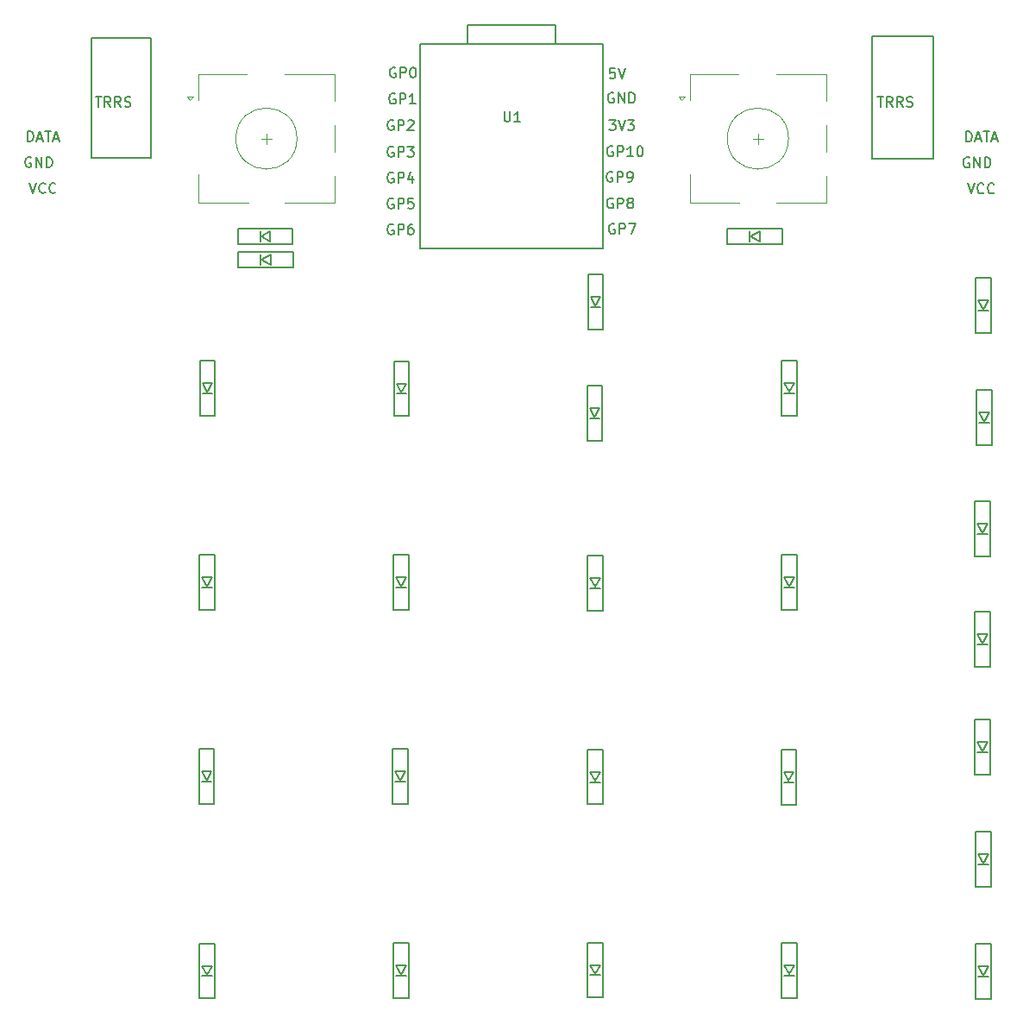
<source format=gbr>
G04 #@! TF.GenerationSoftware,KiCad,Pcbnew,(5.1.6-0-10_14)*
G04 #@! TF.CreationDate,2022-08-29T11:05:28+09:00*
G04 #@! TF.ProjectId,cool640xiao,636f6f6c-3634-4307-9869-616f2e6b6963,rev?*
G04 #@! TF.SameCoordinates,Original*
G04 #@! TF.FileFunction,Legend,Top*
G04 #@! TF.FilePolarity,Positive*
%FSLAX46Y46*%
G04 Gerber Fmt 4.6, Leading zero omitted, Abs format (unit mm)*
G04 Created by KiCad (PCBNEW (5.1.6-0-10_14)) date 2022-08-29 11:05:28*
%MOMM*%
%LPD*%
G01*
G04 APERTURE LIST*
%ADD10C,0.150000*%
%ADD11C,0.120000*%
G04 APERTURE END LIST*
D10*
X46870000Y-2130000D02*
X45370000Y-2130000D01*
X46870000Y-7530000D02*
X46870000Y-2130000D01*
X45370000Y-7530000D02*
X46870000Y-7530000D01*
X45370000Y-2130000D02*
X45370000Y-7530000D01*
X45620000Y-5330000D02*
X46620000Y-5330000D01*
X46620000Y-4330000D02*
X46120000Y-5230000D01*
X45620000Y-4330000D02*
X46620000Y-4330000D01*
X46120000Y-5230000D02*
X45620000Y-4330000D01*
X85040000Y8450000D02*
X83540000Y8450000D01*
X85040000Y3050000D02*
X85040000Y8450000D01*
X83540000Y3050000D02*
X85040000Y3050000D01*
X83540000Y8450000D02*
X83540000Y3050000D01*
X83790000Y5250000D02*
X84790000Y5250000D01*
X84790000Y6250000D02*
X84290000Y5350000D01*
X83790000Y6250000D02*
X84790000Y6250000D01*
X84290000Y5350000D02*
X83790000Y6250000D01*
X-3260000Y20250000D02*
X-3260000Y32000000D01*
X2540000Y20250000D02*
X-3260000Y20250000D01*
X2540000Y32000000D02*
X2540000Y20250000D01*
X-3260000Y32000000D02*
X2540000Y32000000D01*
X85040000Y-56890000D02*
X83540000Y-56890000D01*
X85040000Y-62290000D02*
X85040000Y-56890000D01*
X83540000Y-62290000D02*
X85040000Y-62290000D01*
X83540000Y-56890000D02*
X83540000Y-62290000D01*
X83790000Y-60090000D02*
X84790000Y-60090000D01*
X84790000Y-59090000D02*
X84290000Y-59990000D01*
X83790000Y-59090000D02*
X84790000Y-59090000D01*
X84290000Y-59990000D02*
X83790000Y-59090000D01*
X27910000Y300000D02*
X26410000Y300000D01*
X27910000Y-5100000D02*
X27910000Y300000D01*
X26410000Y-5100000D02*
X27910000Y-5100000D01*
X26410000Y300000D02*
X26410000Y-5100000D01*
X26660000Y-2900000D02*
X27660000Y-2900000D01*
X27660000Y-1900000D02*
X27160000Y-2800000D01*
X26660000Y-1900000D02*
X27660000Y-1900000D01*
X27160000Y-2800000D02*
X26660000Y-1900000D01*
X8860000Y340000D02*
X7360000Y340000D01*
X8860000Y-5060000D02*
X8860000Y340000D01*
X7360000Y-5060000D02*
X8860000Y-5060000D01*
X7360000Y340000D02*
X7360000Y-5060000D01*
X7610000Y-2860000D02*
X8610000Y-2860000D01*
X8610000Y-1860000D02*
X8110000Y-2760000D01*
X7610000Y-1860000D02*
X8610000Y-1860000D01*
X8110000Y-2760000D02*
X7610000Y-1860000D01*
X65980000Y370000D02*
X64480000Y370000D01*
X65980000Y-5030000D02*
X65980000Y370000D01*
X64480000Y-5030000D02*
X65980000Y-5030000D01*
X64480000Y370000D02*
X64480000Y-5030000D01*
X64730000Y-2830000D02*
X65730000Y-2830000D01*
X65730000Y-1830000D02*
X65230000Y-2730000D01*
X64730000Y-1830000D02*
X65730000Y-1830000D01*
X65230000Y-2730000D02*
X64730000Y-1830000D01*
X84960000Y-13460000D02*
X83460000Y-13460000D01*
X84960000Y-18860000D02*
X84960000Y-13460000D01*
X83460000Y-18860000D02*
X84960000Y-18860000D01*
X83460000Y-13460000D02*
X83460000Y-18860000D01*
X83710000Y-16660000D02*
X84710000Y-16660000D01*
X84710000Y-15660000D02*
X84210000Y-16560000D01*
X83710000Y-15660000D02*
X84710000Y-15660000D01*
X84210000Y-16560000D02*
X83710000Y-15660000D01*
X65970000Y-18720000D02*
X64470000Y-18720000D01*
X65970000Y-24120000D02*
X65970000Y-18720000D01*
X64470000Y-24120000D02*
X65970000Y-24120000D01*
X64470000Y-18720000D02*
X64470000Y-24120000D01*
X64720000Y-21920000D02*
X65720000Y-21920000D01*
X65720000Y-20920000D02*
X65220000Y-21820000D01*
X64720000Y-20920000D02*
X65720000Y-20920000D01*
X65220000Y-21820000D02*
X64720000Y-20920000D01*
X46890000Y-18770000D02*
X45390000Y-18770000D01*
X46890000Y-24170000D02*
X46890000Y-18770000D01*
X45390000Y-24170000D02*
X46890000Y-24170000D01*
X45390000Y-18770000D02*
X45390000Y-24170000D01*
X45640000Y-21970000D02*
X46640000Y-21970000D01*
X46640000Y-20970000D02*
X46140000Y-21870000D01*
X45640000Y-20970000D02*
X46640000Y-20970000D01*
X46140000Y-21870000D02*
X45640000Y-20970000D01*
X27840000Y-18730000D02*
X26340000Y-18730000D01*
X27840000Y-24130000D02*
X27840000Y-18730000D01*
X26340000Y-24130000D02*
X27840000Y-24130000D01*
X26340000Y-18730000D02*
X26340000Y-24130000D01*
X26590000Y-21930000D02*
X27590000Y-21930000D01*
X27590000Y-20930000D02*
X27090000Y-21830000D01*
X26590000Y-20930000D02*
X27590000Y-20930000D01*
X27090000Y-21830000D02*
X26590000Y-20930000D01*
X8820000Y-18730000D02*
X7320000Y-18730000D01*
X8820000Y-24130000D02*
X8820000Y-18730000D01*
X7320000Y-24130000D02*
X8820000Y-24130000D01*
X7320000Y-18730000D02*
X7320000Y-24130000D01*
X7570000Y-21930000D02*
X8570000Y-21930000D01*
X8570000Y-20930000D02*
X8070000Y-21830000D01*
X7570000Y-20930000D02*
X8570000Y-20930000D01*
X8070000Y-21830000D02*
X7570000Y-20930000D01*
X65960000Y-56790000D02*
X64460000Y-56790000D01*
X65960000Y-62190000D02*
X65960000Y-56790000D01*
X64460000Y-62190000D02*
X65960000Y-62190000D01*
X64460000Y-56790000D02*
X64460000Y-62190000D01*
X64710000Y-59990000D02*
X65710000Y-59990000D01*
X65710000Y-58990000D02*
X65210000Y-59890000D01*
X64710000Y-58990000D02*
X65710000Y-58990000D01*
X65210000Y-59890000D02*
X64710000Y-58990000D01*
X46910000Y-56760000D02*
X45410000Y-56760000D01*
X46910000Y-62160000D02*
X46910000Y-56760000D01*
X45410000Y-62160000D02*
X46910000Y-62160000D01*
X45410000Y-56760000D02*
X45410000Y-62160000D01*
X45660000Y-59960000D02*
X46660000Y-59960000D01*
X46660000Y-58960000D02*
X46160000Y-59860000D01*
X45660000Y-58960000D02*
X46660000Y-58960000D01*
X46160000Y-59860000D02*
X45660000Y-58960000D01*
X27900000Y-56830000D02*
X26400000Y-56830000D01*
X27900000Y-62230000D02*
X27900000Y-56830000D01*
X26400000Y-62230000D02*
X27900000Y-62230000D01*
X26400000Y-56830000D02*
X26400000Y-62230000D01*
X26650000Y-60030000D02*
X27650000Y-60030000D01*
X27650000Y-59030000D02*
X27150000Y-59930000D01*
X26650000Y-59030000D02*
X27650000Y-59030000D01*
X27150000Y-59930000D02*
X26650000Y-59030000D01*
X8800000Y-56850000D02*
X7300000Y-56850000D01*
X8800000Y-62250000D02*
X8800000Y-56850000D01*
X7300000Y-62250000D02*
X8800000Y-62250000D01*
X7300000Y-56850000D02*
X7300000Y-62250000D01*
X7550000Y-60050000D02*
X8550000Y-60050000D01*
X8550000Y-59050000D02*
X8050000Y-59950000D01*
X7550000Y-59050000D02*
X8550000Y-59050000D01*
X8050000Y-59950000D02*
X7550000Y-59050000D01*
X84960000Y-34890000D02*
X83460000Y-34890000D01*
X84960000Y-40290000D02*
X84960000Y-34890000D01*
X83460000Y-40290000D02*
X84960000Y-40290000D01*
X83460000Y-34890000D02*
X83460000Y-40290000D01*
X83710000Y-38090000D02*
X84710000Y-38090000D01*
X84710000Y-37090000D02*
X84210000Y-37990000D01*
X83710000Y-37090000D02*
X84710000Y-37090000D01*
X84210000Y-37990000D02*
X83710000Y-37090000D01*
X65920000Y-37820000D02*
X64420000Y-37820000D01*
X65920000Y-43220000D02*
X65920000Y-37820000D01*
X64420000Y-43220000D02*
X65920000Y-43220000D01*
X64420000Y-37820000D02*
X64420000Y-43220000D01*
X64670000Y-41020000D02*
X65670000Y-41020000D01*
X65670000Y-40020000D02*
X65170000Y-40920000D01*
X64670000Y-40020000D02*
X65670000Y-40020000D01*
X65170000Y-40920000D02*
X64670000Y-40020000D01*
X46900000Y-37810000D02*
X45400000Y-37810000D01*
X46900000Y-43210000D02*
X46900000Y-37810000D01*
X45400000Y-43210000D02*
X46900000Y-43210000D01*
X45400000Y-37810000D02*
X45400000Y-43210000D01*
X45650000Y-41010000D02*
X46650000Y-41010000D01*
X46650000Y-40010000D02*
X46150000Y-40910000D01*
X45650000Y-40010000D02*
X46650000Y-40010000D01*
X46150000Y-40910000D02*
X45650000Y-40010000D01*
X27810000Y-37750000D02*
X26310000Y-37750000D01*
X27810000Y-43150000D02*
X27810000Y-37750000D01*
X26310000Y-43150000D02*
X27810000Y-43150000D01*
X26310000Y-37750000D02*
X26310000Y-43150000D01*
X26560000Y-40950000D02*
X27560000Y-40950000D01*
X27560000Y-39950000D02*
X27060000Y-40850000D01*
X26560000Y-39950000D02*
X27560000Y-39950000D01*
X27060000Y-40850000D02*
X26560000Y-39950000D01*
X8780000Y-37760000D02*
X7280000Y-37760000D01*
X8780000Y-43160000D02*
X8780000Y-37760000D01*
X7280000Y-43160000D02*
X8780000Y-43160000D01*
X7280000Y-37760000D02*
X7280000Y-43160000D01*
X7530000Y-40960000D02*
X8530000Y-40960000D01*
X8530000Y-39960000D02*
X8030000Y-40860000D01*
X7530000Y-39960000D02*
X8530000Y-39960000D01*
X8030000Y-40860000D02*
X7530000Y-39960000D01*
X73390000Y32160000D02*
X79390000Y32160000D01*
X79390000Y32160000D02*
X79390000Y20160000D01*
X79390000Y20160000D02*
X73390000Y20160000D01*
X73390000Y20160000D02*
X73390000Y32160000D01*
D11*
X16900000Y22140000D02*
G75*
G03*
X16900000Y22140000I-3000000J0D01*
G01*
X15700000Y28440000D02*
X20600000Y28440000D01*
X20600000Y15840000D02*
X15700000Y15840000D01*
X12100000Y15840000D02*
X7200000Y15840000D01*
X7200000Y15840000D02*
X7200000Y18640000D01*
X12000000Y28440000D02*
X7200000Y28440000D01*
X7200000Y28440000D02*
X7200000Y25940000D01*
X6400000Y25940000D02*
X6100000Y26240000D01*
X6100000Y26240000D02*
X6700000Y26240000D01*
X6700000Y26240000D02*
X6400000Y25940000D01*
X20600000Y28440000D02*
X20600000Y25840000D01*
X20600000Y23440000D02*
X20600000Y20840000D01*
X20600000Y18440000D02*
X20600000Y15840000D01*
X13900000Y22640000D02*
X13900000Y21640000D01*
X13400000Y22140000D02*
X14400000Y22140000D01*
X61650000Y22140000D02*
X62650000Y22140000D01*
X62150000Y22640000D02*
X62150000Y21640000D01*
X68850000Y18440000D02*
X68850000Y15840000D01*
X68850000Y23440000D02*
X68850000Y20840000D01*
X68850000Y28440000D02*
X68850000Y25840000D01*
X54950000Y26240000D02*
X54650000Y25940000D01*
X54350000Y26240000D02*
X54950000Y26240000D01*
X54650000Y25940000D02*
X54350000Y26240000D01*
X55450000Y28440000D02*
X55450000Y25940000D01*
X60250000Y28440000D02*
X55450000Y28440000D01*
X55450000Y15840000D02*
X55450000Y18640000D01*
X60350000Y15840000D02*
X55450000Y15840000D01*
X68850000Y15840000D02*
X63950000Y15840000D01*
X63950000Y28440000D02*
X68850000Y28440000D01*
X65150000Y22140000D02*
G75*
G03*
X65150000Y22140000I-3000000J0D01*
G01*
D10*
X46960000Y31399600D02*
X46850000Y31399600D01*
X46960000Y30120000D02*
X46960000Y31399600D01*
X28960000Y31399600D02*
X46850000Y31399600D01*
X28960000Y30120000D02*
X28960000Y31399600D01*
X33650000Y33290000D02*
X42310000Y33290000D01*
X33650000Y31410000D02*
X33650000Y33290000D01*
X42310000Y31410000D02*
X42310000Y33290000D01*
X28960000Y11320000D02*
X28960000Y30120000D01*
X46960000Y11320000D02*
X28960000Y11320000D01*
X46960000Y30120000D02*
X46960000Y11320000D01*
X13390000Y12550000D02*
X14290000Y13050000D01*
X14290000Y13050000D02*
X14290000Y12050000D01*
X14290000Y12050000D02*
X13390000Y12550000D01*
X13290000Y13050000D02*
X13290000Y12050000D01*
X16490000Y13300000D02*
X11090000Y13300000D01*
X11090000Y13300000D02*
X11090000Y11800000D01*
X11090000Y11800000D02*
X16490000Y11800000D01*
X16490000Y11800000D02*
X16490000Y13300000D01*
X64540000Y11810000D02*
X64540000Y13310000D01*
X59140000Y11810000D02*
X64540000Y11810000D01*
X59140000Y13310000D02*
X59140000Y11810000D01*
X64540000Y13310000D02*
X59140000Y13310000D01*
X61340000Y13060000D02*
X61340000Y12060000D01*
X62340000Y12060000D02*
X61440000Y12560000D01*
X62340000Y13060000D02*
X62340000Y12060000D01*
X61440000Y12560000D02*
X62340000Y13060000D01*
X46210000Y5680000D02*
X45710000Y6580000D01*
X45710000Y6580000D02*
X46710000Y6580000D01*
X46710000Y6580000D02*
X46210000Y5680000D01*
X45710000Y5580000D02*
X46710000Y5580000D01*
X45460000Y8780000D02*
X45460000Y3380000D01*
X45460000Y3380000D02*
X46960000Y3380000D01*
X46960000Y3380000D02*
X46960000Y8780000D01*
X46960000Y8780000D02*
X45460000Y8780000D01*
X85130000Y-2570000D02*
X83630000Y-2570000D01*
X85130000Y-7970000D02*
X85130000Y-2570000D01*
X83630000Y-7970000D02*
X85130000Y-7970000D01*
X83630000Y-2570000D02*
X83630000Y-7970000D01*
X83880000Y-5770000D02*
X84880000Y-5770000D01*
X84880000Y-4770000D02*
X84380000Y-5670000D01*
X83880000Y-4770000D02*
X84880000Y-4770000D01*
X84380000Y-5670000D02*
X83880000Y-4770000D01*
X84210000Y-27410000D02*
X83710000Y-26510000D01*
X83710000Y-26510000D02*
X84710000Y-26510000D01*
X84710000Y-26510000D02*
X84210000Y-27410000D01*
X83710000Y-27510000D02*
X84710000Y-27510000D01*
X83460000Y-24310000D02*
X83460000Y-29710000D01*
X83460000Y-29710000D02*
X84960000Y-29710000D01*
X84960000Y-29710000D02*
X84960000Y-24310000D01*
X84960000Y-24310000D02*
X83460000Y-24310000D01*
X85010000Y-45890000D02*
X83510000Y-45890000D01*
X85010000Y-51290000D02*
X85010000Y-45890000D01*
X83510000Y-51290000D02*
X85010000Y-51290000D01*
X83510000Y-45890000D02*
X83510000Y-51290000D01*
X83760000Y-49090000D02*
X84760000Y-49090000D01*
X84760000Y-48090000D02*
X84260000Y-48990000D01*
X83760000Y-48090000D02*
X84760000Y-48090000D01*
X84260000Y-48990000D02*
X83760000Y-48090000D01*
X16520000Y9520000D02*
X16520000Y11020000D01*
X11120000Y9520000D02*
X16520000Y9520000D01*
X11120000Y11020000D02*
X11120000Y9520000D01*
X16520000Y11020000D02*
X11120000Y11020000D01*
X13320000Y10770000D02*
X13320000Y9770000D01*
X14320000Y9770000D02*
X13420000Y10270000D01*
X14320000Y10770000D02*
X14320000Y9770000D01*
X13420000Y10270000D02*
X14320000Y10770000D01*
X-2871904Y26247619D02*
X-2300476Y26247619D01*
X-2586190Y25247619D02*
X-2586190Y26247619D01*
X-1395714Y25247619D02*
X-1729047Y25723809D01*
X-1967142Y25247619D02*
X-1967142Y26247619D01*
X-1586190Y26247619D01*
X-1490952Y26200000D01*
X-1443333Y26152380D01*
X-1395714Y26057142D01*
X-1395714Y25914285D01*
X-1443333Y25819047D01*
X-1490952Y25771428D01*
X-1586190Y25723809D01*
X-1967142Y25723809D01*
X-395714Y25247619D02*
X-729047Y25723809D01*
X-967142Y25247619D02*
X-967142Y26247619D01*
X-586190Y26247619D01*
X-490952Y26200000D01*
X-443333Y26152380D01*
X-395714Y26057142D01*
X-395714Y25914285D01*
X-443333Y25819047D01*
X-490952Y25771428D01*
X-586190Y25723809D01*
X-967142Y25723809D01*
X-14761Y25295238D02*
X128095Y25247619D01*
X366190Y25247619D01*
X461428Y25295238D01*
X509047Y25342857D01*
X556666Y25438095D01*
X556666Y25533333D01*
X509047Y25628571D01*
X461428Y25676190D01*
X366190Y25723809D01*
X175714Y25771428D01*
X80476Y25819047D01*
X32857Y25866666D01*
X-14761Y25961904D01*
X-14761Y26057142D01*
X32857Y26152380D01*
X80476Y26200000D01*
X175714Y26247619D01*
X413809Y26247619D01*
X556666Y26200000D01*
X73878095Y26257619D02*
X74449523Y26257619D01*
X74163809Y25257619D02*
X74163809Y26257619D01*
X75354285Y25257619D02*
X75020952Y25733809D01*
X74782857Y25257619D02*
X74782857Y26257619D01*
X75163809Y26257619D01*
X75259047Y26210000D01*
X75306666Y26162380D01*
X75354285Y26067142D01*
X75354285Y25924285D01*
X75306666Y25829047D01*
X75259047Y25781428D01*
X75163809Y25733809D01*
X74782857Y25733809D01*
X76354285Y25257619D02*
X76020952Y25733809D01*
X75782857Y25257619D02*
X75782857Y26257619D01*
X76163809Y26257619D01*
X76259047Y26210000D01*
X76306666Y26162380D01*
X76354285Y26067142D01*
X76354285Y25924285D01*
X76306666Y25829047D01*
X76259047Y25781428D01*
X76163809Y25733809D01*
X75782857Y25733809D01*
X76735238Y25305238D02*
X76878095Y25257619D01*
X77116190Y25257619D01*
X77211428Y25305238D01*
X77259047Y25352857D01*
X77306666Y25448095D01*
X77306666Y25543333D01*
X77259047Y25638571D01*
X77211428Y25686190D01*
X77116190Y25733809D01*
X76925714Y25781428D01*
X76830476Y25829047D01*
X76782857Y25876666D01*
X76735238Y25971904D01*
X76735238Y26067142D01*
X76782857Y26162380D01*
X76830476Y26210000D01*
X76925714Y26257619D01*
X77163809Y26257619D01*
X77306666Y26210000D01*
X37248095Y24807619D02*
X37248095Y23998095D01*
X37295714Y23902857D01*
X37343333Y23855238D01*
X37438571Y23807619D01*
X37629047Y23807619D01*
X37724285Y23855238D01*
X37771904Y23902857D01*
X37819523Y23998095D01*
X37819523Y24807619D01*
X38819523Y23807619D02*
X38248095Y23807619D01*
X38533809Y23807619D02*
X38533809Y24807619D01*
X38438571Y24664761D01*
X38343333Y24569523D01*
X38248095Y24521904D01*
X26565714Y29070000D02*
X26470476Y29117619D01*
X26327619Y29117619D01*
X26184761Y29070000D01*
X26089523Y28974761D01*
X26041904Y28879523D01*
X25994285Y28689047D01*
X25994285Y28546190D01*
X26041904Y28355714D01*
X26089523Y28260476D01*
X26184761Y28165238D01*
X26327619Y28117619D01*
X26422857Y28117619D01*
X26565714Y28165238D01*
X26613333Y28212857D01*
X26613333Y28546190D01*
X26422857Y28546190D01*
X27041904Y28117619D02*
X27041904Y29117619D01*
X27422857Y29117619D01*
X27518095Y29070000D01*
X27565714Y29022380D01*
X27613333Y28927142D01*
X27613333Y28784285D01*
X27565714Y28689047D01*
X27518095Y28641428D01*
X27422857Y28593809D01*
X27041904Y28593809D01*
X28232380Y29117619D02*
X28327619Y29117619D01*
X28422857Y29070000D01*
X28470476Y29022380D01*
X28518095Y28927142D01*
X28565714Y28736666D01*
X28565714Y28498571D01*
X28518095Y28308095D01*
X28470476Y28212857D01*
X28422857Y28165238D01*
X28327619Y28117619D01*
X28232380Y28117619D01*
X28137142Y28165238D01*
X28089523Y28212857D01*
X28041904Y28308095D01*
X27994285Y28498571D01*
X27994285Y28736666D01*
X28041904Y28927142D01*
X28089523Y29022380D01*
X28137142Y29070000D01*
X28232380Y29117619D01*
X26525714Y26510000D02*
X26430476Y26557619D01*
X26287619Y26557619D01*
X26144761Y26510000D01*
X26049523Y26414761D01*
X26001904Y26319523D01*
X25954285Y26129047D01*
X25954285Y25986190D01*
X26001904Y25795714D01*
X26049523Y25700476D01*
X26144761Y25605238D01*
X26287619Y25557619D01*
X26382857Y25557619D01*
X26525714Y25605238D01*
X26573333Y25652857D01*
X26573333Y25986190D01*
X26382857Y25986190D01*
X27001904Y25557619D02*
X27001904Y26557619D01*
X27382857Y26557619D01*
X27478095Y26510000D01*
X27525714Y26462380D01*
X27573333Y26367142D01*
X27573333Y26224285D01*
X27525714Y26129047D01*
X27478095Y26081428D01*
X27382857Y26033809D01*
X27001904Y26033809D01*
X28525714Y25557619D02*
X27954285Y25557619D01*
X28240000Y25557619D02*
X28240000Y26557619D01*
X28144761Y26414761D01*
X28049523Y26319523D01*
X27954285Y26271904D01*
X26355714Y23910000D02*
X26260476Y23957619D01*
X26117619Y23957619D01*
X25974761Y23910000D01*
X25879523Y23814761D01*
X25831904Y23719523D01*
X25784285Y23529047D01*
X25784285Y23386190D01*
X25831904Y23195714D01*
X25879523Y23100476D01*
X25974761Y23005238D01*
X26117619Y22957619D01*
X26212857Y22957619D01*
X26355714Y23005238D01*
X26403333Y23052857D01*
X26403333Y23386190D01*
X26212857Y23386190D01*
X26831904Y22957619D02*
X26831904Y23957619D01*
X27212857Y23957619D01*
X27308095Y23910000D01*
X27355714Y23862380D01*
X27403333Y23767142D01*
X27403333Y23624285D01*
X27355714Y23529047D01*
X27308095Y23481428D01*
X27212857Y23433809D01*
X26831904Y23433809D01*
X27784285Y23862380D02*
X27831904Y23910000D01*
X27927142Y23957619D01*
X28165238Y23957619D01*
X28260476Y23910000D01*
X28308095Y23862380D01*
X28355714Y23767142D01*
X28355714Y23671904D01*
X28308095Y23529047D01*
X27736666Y22957619D01*
X28355714Y22957619D01*
X26355714Y18770000D02*
X26260476Y18817619D01*
X26117619Y18817619D01*
X25974761Y18770000D01*
X25879523Y18674761D01*
X25831904Y18579523D01*
X25784285Y18389047D01*
X25784285Y18246190D01*
X25831904Y18055714D01*
X25879523Y17960476D01*
X25974761Y17865238D01*
X26117619Y17817619D01*
X26212857Y17817619D01*
X26355714Y17865238D01*
X26403333Y17912857D01*
X26403333Y18246190D01*
X26212857Y18246190D01*
X26831904Y17817619D02*
X26831904Y18817619D01*
X27212857Y18817619D01*
X27308095Y18770000D01*
X27355714Y18722380D01*
X27403333Y18627142D01*
X27403333Y18484285D01*
X27355714Y18389047D01*
X27308095Y18341428D01*
X27212857Y18293809D01*
X26831904Y18293809D01*
X28260476Y18484285D02*
X28260476Y17817619D01*
X28022380Y18865238D02*
X27784285Y18150952D01*
X28403333Y18150952D01*
X26355714Y21310000D02*
X26260476Y21357619D01*
X26117619Y21357619D01*
X25974761Y21310000D01*
X25879523Y21214761D01*
X25831904Y21119523D01*
X25784285Y20929047D01*
X25784285Y20786190D01*
X25831904Y20595714D01*
X25879523Y20500476D01*
X25974761Y20405238D01*
X26117619Y20357619D01*
X26212857Y20357619D01*
X26355714Y20405238D01*
X26403333Y20452857D01*
X26403333Y20786190D01*
X26212857Y20786190D01*
X26831904Y20357619D02*
X26831904Y21357619D01*
X27212857Y21357619D01*
X27308095Y21310000D01*
X27355714Y21262380D01*
X27403333Y21167142D01*
X27403333Y21024285D01*
X27355714Y20929047D01*
X27308095Y20881428D01*
X27212857Y20833809D01*
X26831904Y20833809D01*
X27736666Y21357619D02*
X28355714Y21357619D01*
X28022380Y20976666D01*
X28165238Y20976666D01*
X28260476Y20929047D01*
X28308095Y20881428D01*
X28355714Y20786190D01*
X28355714Y20548095D01*
X28308095Y20452857D01*
X28260476Y20405238D01*
X28165238Y20357619D01*
X27879523Y20357619D01*
X27784285Y20405238D01*
X27736666Y20452857D01*
X26355714Y16230000D02*
X26260476Y16277619D01*
X26117619Y16277619D01*
X25974761Y16230000D01*
X25879523Y16134761D01*
X25831904Y16039523D01*
X25784285Y15849047D01*
X25784285Y15706190D01*
X25831904Y15515714D01*
X25879523Y15420476D01*
X25974761Y15325238D01*
X26117619Y15277619D01*
X26212857Y15277619D01*
X26355714Y15325238D01*
X26403333Y15372857D01*
X26403333Y15706190D01*
X26212857Y15706190D01*
X26831904Y15277619D02*
X26831904Y16277619D01*
X27212857Y16277619D01*
X27308095Y16230000D01*
X27355714Y16182380D01*
X27403333Y16087142D01*
X27403333Y15944285D01*
X27355714Y15849047D01*
X27308095Y15801428D01*
X27212857Y15753809D01*
X26831904Y15753809D01*
X28308095Y16277619D02*
X27831904Y16277619D01*
X27784285Y15801428D01*
X27831904Y15849047D01*
X27927142Y15896666D01*
X28165238Y15896666D01*
X28260476Y15849047D01*
X28308095Y15801428D01*
X28355714Y15706190D01*
X28355714Y15468095D01*
X28308095Y15372857D01*
X28260476Y15325238D01*
X28165238Y15277619D01*
X27927142Y15277619D01*
X27831904Y15325238D01*
X27784285Y15372857D01*
X26355714Y13690000D02*
X26260476Y13737619D01*
X26117619Y13737619D01*
X25974761Y13690000D01*
X25879523Y13594761D01*
X25831904Y13499523D01*
X25784285Y13309047D01*
X25784285Y13166190D01*
X25831904Y12975714D01*
X25879523Y12880476D01*
X25974761Y12785238D01*
X26117619Y12737619D01*
X26212857Y12737619D01*
X26355714Y12785238D01*
X26403333Y12832857D01*
X26403333Y13166190D01*
X26212857Y13166190D01*
X26831904Y12737619D02*
X26831904Y13737619D01*
X27212857Y13737619D01*
X27308095Y13690000D01*
X27355714Y13642380D01*
X27403333Y13547142D01*
X27403333Y13404285D01*
X27355714Y13309047D01*
X27308095Y13261428D01*
X27212857Y13213809D01*
X26831904Y13213809D01*
X28260476Y13737619D02*
X28070000Y13737619D01*
X27974761Y13690000D01*
X27927142Y13642380D01*
X27831904Y13499523D01*
X27784285Y13309047D01*
X27784285Y12928095D01*
X27831904Y12832857D01*
X27879523Y12785238D01*
X27974761Y12737619D01*
X28165238Y12737619D01*
X28260476Y12785238D01*
X28308095Y12832857D01*
X28355714Y12928095D01*
X28355714Y13166190D01*
X28308095Y13261428D01*
X28260476Y13309047D01*
X28165238Y13356666D01*
X27974761Y13356666D01*
X27879523Y13309047D01*
X27831904Y13261428D01*
X27784285Y13166190D01*
X48065714Y13740000D02*
X47970476Y13787619D01*
X47827619Y13787619D01*
X47684761Y13740000D01*
X47589523Y13644761D01*
X47541904Y13549523D01*
X47494285Y13359047D01*
X47494285Y13216190D01*
X47541904Y13025714D01*
X47589523Y12930476D01*
X47684761Y12835238D01*
X47827619Y12787619D01*
X47922857Y12787619D01*
X48065714Y12835238D01*
X48113333Y12882857D01*
X48113333Y13216190D01*
X47922857Y13216190D01*
X48541904Y12787619D02*
X48541904Y13787619D01*
X48922857Y13787619D01*
X49018095Y13740000D01*
X49065714Y13692380D01*
X49113333Y13597142D01*
X49113333Y13454285D01*
X49065714Y13359047D01*
X49018095Y13311428D01*
X48922857Y13263809D01*
X48541904Y13263809D01*
X49446666Y13787619D02*
X50113333Y13787619D01*
X49684761Y12787619D01*
X47905714Y16260000D02*
X47810476Y16307619D01*
X47667619Y16307619D01*
X47524761Y16260000D01*
X47429523Y16164761D01*
X47381904Y16069523D01*
X47334285Y15879047D01*
X47334285Y15736190D01*
X47381904Y15545714D01*
X47429523Y15450476D01*
X47524761Y15355238D01*
X47667619Y15307619D01*
X47762857Y15307619D01*
X47905714Y15355238D01*
X47953333Y15402857D01*
X47953333Y15736190D01*
X47762857Y15736190D01*
X48381904Y15307619D02*
X48381904Y16307619D01*
X48762857Y16307619D01*
X48858095Y16260000D01*
X48905714Y16212380D01*
X48953333Y16117142D01*
X48953333Y15974285D01*
X48905714Y15879047D01*
X48858095Y15831428D01*
X48762857Y15783809D01*
X48381904Y15783809D01*
X49524761Y15879047D02*
X49429523Y15926666D01*
X49381904Y15974285D01*
X49334285Y16069523D01*
X49334285Y16117142D01*
X49381904Y16212380D01*
X49429523Y16260000D01*
X49524761Y16307619D01*
X49715238Y16307619D01*
X49810476Y16260000D01*
X49858095Y16212380D01*
X49905714Y16117142D01*
X49905714Y16069523D01*
X49858095Y15974285D01*
X49810476Y15926666D01*
X49715238Y15879047D01*
X49524761Y15879047D01*
X49429523Y15831428D01*
X49381904Y15783809D01*
X49334285Y15688571D01*
X49334285Y15498095D01*
X49381904Y15402857D01*
X49429523Y15355238D01*
X49524761Y15307619D01*
X49715238Y15307619D01*
X49810476Y15355238D01*
X49858095Y15402857D01*
X49905714Y15498095D01*
X49905714Y15688571D01*
X49858095Y15783809D01*
X49810476Y15831428D01*
X49715238Y15879047D01*
X47855714Y18830000D02*
X47760476Y18877619D01*
X47617619Y18877619D01*
X47474761Y18830000D01*
X47379523Y18734761D01*
X47331904Y18639523D01*
X47284285Y18449047D01*
X47284285Y18306190D01*
X47331904Y18115714D01*
X47379523Y18020476D01*
X47474761Y17925238D01*
X47617619Y17877619D01*
X47712857Y17877619D01*
X47855714Y17925238D01*
X47903333Y17972857D01*
X47903333Y18306190D01*
X47712857Y18306190D01*
X48331904Y17877619D02*
X48331904Y18877619D01*
X48712857Y18877619D01*
X48808095Y18830000D01*
X48855714Y18782380D01*
X48903333Y18687142D01*
X48903333Y18544285D01*
X48855714Y18449047D01*
X48808095Y18401428D01*
X48712857Y18353809D01*
X48331904Y18353809D01*
X49379523Y17877619D02*
X49570000Y17877619D01*
X49665238Y17925238D01*
X49712857Y17972857D01*
X49808095Y18115714D01*
X49855714Y18306190D01*
X49855714Y18687142D01*
X49808095Y18782380D01*
X49760476Y18830000D01*
X49665238Y18877619D01*
X49474761Y18877619D01*
X49379523Y18830000D01*
X49331904Y18782380D01*
X49284285Y18687142D01*
X49284285Y18449047D01*
X49331904Y18353809D01*
X49379523Y18306190D01*
X49474761Y18258571D01*
X49665238Y18258571D01*
X49760476Y18306190D01*
X49808095Y18353809D01*
X49855714Y18449047D01*
X47899523Y21350000D02*
X47804285Y21397619D01*
X47661428Y21397619D01*
X47518571Y21350000D01*
X47423333Y21254761D01*
X47375714Y21159523D01*
X47328095Y20969047D01*
X47328095Y20826190D01*
X47375714Y20635714D01*
X47423333Y20540476D01*
X47518571Y20445238D01*
X47661428Y20397619D01*
X47756666Y20397619D01*
X47899523Y20445238D01*
X47947142Y20492857D01*
X47947142Y20826190D01*
X47756666Y20826190D01*
X48375714Y20397619D02*
X48375714Y21397619D01*
X48756666Y21397619D01*
X48851904Y21350000D01*
X48899523Y21302380D01*
X48947142Y21207142D01*
X48947142Y21064285D01*
X48899523Y20969047D01*
X48851904Y20921428D01*
X48756666Y20873809D01*
X48375714Y20873809D01*
X49899523Y20397619D02*
X49328095Y20397619D01*
X49613809Y20397619D02*
X49613809Y21397619D01*
X49518571Y21254761D01*
X49423333Y21159523D01*
X49328095Y21111904D01*
X50518571Y21397619D02*
X50613809Y21397619D01*
X50709047Y21350000D01*
X50756666Y21302380D01*
X50804285Y21207142D01*
X50851904Y21016666D01*
X50851904Y20778571D01*
X50804285Y20588095D01*
X50756666Y20492857D01*
X50709047Y20445238D01*
X50613809Y20397619D01*
X50518571Y20397619D01*
X50423333Y20445238D01*
X50375714Y20492857D01*
X50328095Y20588095D01*
X50280476Y20778571D01*
X50280476Y21016666D01*
X50328095Y21207142D01*
X50375714Y21302380D01*
X50423333Y21350000D01*
X50518571Y21397619D01*
X47541904Y23957619D02*
X48160952Y23957619D01*
X47827619Y23576666D01*
X47970476Y23576666D01*
X48065714Y23529047D01*
X48113333Y23481428D01*
X48160952Y23386190D01*
X48160952Y23148095D01*
X48113333Y23052857D01*
X48065714Y23005238D01*
X47970476Y22957619D01*
X47684761Y22957619D01*
X47589523Y23005238D01*
X47541904Y23052857D01*
X48446666Y23957619D02*
X48780000Y22957619D01*
X49113333Y23957619D01*
X49351428Y23957619D02*
X49970476Y23957619D01*
X49637142Y23576666D01*
X49780000Y23576666D01*
X49875238Y23529047D01*
X49922857Y23481428D01*
X49970476Y23386190D01*
X49970476Y23148095D01*
X49922857Y23052857D01*
X49875238Y23005238D01*
X49780000Y22957619D01*
X49494285Y22957619D01*
X49399047Y23005238D01*
X49351428Y23052857D01*
X47978095Y26600000D02*
X47882857Y26647619D01*
X47740000Y26647619D01*
X47597142Y26600000D01*
X47501904Y26504761D01*
X47454285Y26409523D01*
X47406666Y26219047D01*
X47406666Y26076190D01*
X47454285Y25885714D01*
X47501904Y25790476D01*
X47597142Y25695238D01*
X47740000Y25647619D01*
X47835238Y25647619D01*
X47978095Y25695238D01*
X48025714Y25742857D01*
X48025714Y26076190D01*
X47835238Y26076190D01*
X48454285Y25647619D02*
X48454285Y26647619D01*
X49025714Y25647619D01*
X49025714Y26647619D01*
X49501904Y25647619D02*
X49501904Y26647619D01*
X49740000Y26647619D01*
X49882857Y26600000D01*
X49978095Y26504761D01*
X50025714Y26409523D01*
X50073333Y26219047D01*
X50073333Y26076190D01*
X50025714Y25885714D01*
X49978095Y25790476D01*
X49882857Y25695238D01*
X49740000Y25647619D01*
X49501904Y25647619D01*
X48109523Y29047619D02*
X47633333Y29047619D01*
X47585714Y28571428D01*
X47633333Y28619047D01*
X47728571Y28666666D01*
X47966666Y28666666D01*
X48061904Y28619047D01*
X48109523Y28571428D01*
X48157142Y28476190D01*
X48157142Y28238095D01*
X48109523Y28142857D01*
X48061904Y28095238D01*
X47966666Y28047619D01*
X47728571Y28047619D01*
X47633333Y28095238D01*
X47585714Y28142857D01*
X48442857Y29047619D02*
X48776190Y28047619D01*
X49109523Y29047619D01*
X-9363333Y17777619D02*
X-9030000Y16777619D01*
X-8696666Y17777619D01*
X-7791904Y16872857D02*
X-7839523Y16825238D01*
X-7982380Y16777619D01*
X-8077619Y16777619D01*
X-8220476Y16825238D01*
X-8315714Y16920476D01*
X-8363333Y17015714D01*
X-8410952Y17206190D01*
X-8410952Y17349047D01*
X-8363333Y17539523D01*
X-8315714Y17634761D01*
X-8220476Y17730000D01*
X-8077619Y17777619D01*
X-7982380Y17777619D01*
X-7839523Y17730000D01*
X-7791904Y17682380D01*
X-6791904Y16872857D02*
X-6839523Y16825238D01*
X-6982380Y16777619D01*
X-7077619Y16777619D01*
X-7220476Y16825238D01*
X-7315714Y16920476D01*
X-7363333Y17015714D01*
X-7410952Y17206190D01*
X-7410952Y17349047D01*
X-7363333Y17539523D01*
X-7315714Y17634761D01*
X-7220476Y17730000D01*
X-7077619Y17777619D01*
X-6982380Y17777619D01*
X-6839523Y17730000D01*
X-6791904Y17682380D01*
X-9211904Y20270000D02*
X-9307142Y20317619D01*
X-9450000Y20317619D01*
X-9592857Y20270000D01*
X-9688095Y20174761D01*
X-9735714Y20079523D01*
X-9783333Y19889047D01*
X-9783333Y19746190D01*
X-9735714Y19555714D01*
X-9688095Y19460476D01*
X-9592857Y19365238D01*
X-9450000Y19317619D01*
X-9354761Y19317619D01*
X-9211904Y19365238D01*
X-9164285Y19412857D01*
X-9164285Y19746190D01*
X-9354761Y19746190D01*
X-8735714Y19317619D02*
X-8735714Y20317619D01*
X-8164285Y19317619D01*
X-8164285Y20317619D01*
X-7688095Y19317619D02*
X-7688095Y20317619D01*
X-7450000Y20317619D01*
X-7307142Y20270000D01*
X-7211904Y20174761D01*
X-7164285Y20079523D01*
X-7116666Y19889047D01*
X-7116666Y19746190D01*
X-7164285Y19555714D01*
X-7211904Y19460476D01*
X-7307142Y19365238D01*
X-7450000Y19317619D01*
X-7688095Y19317619D01*
X-9530000Y21857619D02*
X-9530000Y22857619D01*
X-9291904Y22857619D01*
X-9149047Y22810000D01*
X-9053809Y22714761D01*
X-9006190Y22619523D01*
X-8958571Y22429047D01*
X-8958571Y22286190D01*
X-9006190Y22095714D01*
X-9053809Y22000476D01*
X-9149047Y21905238D01*
X-9291904Y21857619D01*
X-9530000Y21857619D01*
X-8577619Y22143333D02*
X-8101428Y22143333D01*
X-8672857Y21857619D02*
X-8339523Y22857619D01*
X-8006190Y21857619D01*
X-7815714Y22857619D02*
X-7244285Y22857619D01*
X-7530000Y21857619D02*
X-7530000Y22857619D01*
X-6958571Y22143333D02*
X-6482380Y22143333D01*
X-7053809Y21857619D02*
X-6720476Y22857619D01*
X-6387142Y21857619D01*
X82570000Y21837619D02*
X82570000Y22837619D01*
X82808095Y22837619D01*
X82950952Y22790000D01*
X83046190Y22694761D01*
X83093809Y22599523D01*
X83141428Y22409047D01*
X83141428Y22266190D01*
X83093809Y22075714D01*
X83046190Y21980476D01*
X82950952Y21885238D01*
X82808095Y21837619D01*
X82570000Y21837619D01*
X83522380Y22123333D02*
X83998571Y22123333D01*
X83427142Y21837619D02*
X83760476Y22837619D01*
X84093809Y21837619D01*
X84284285Y22837619D02*
X84855714Y22837619D01*
X84570000Y21837619D02*
X84570000Y22837619D01*
X85141428Y22123333D02*
X85617619Y22123333D01*
X85046190Y21837619D02*
X85379523Y22837619D01*
X85712857Y21837619D01*
X82888095Y20250000D02*
X82792857Y20297619D01*
X82650000Y20297619D01*
X82507142Y20250000D01*
X82411904Y20154761D01*
X82364285Y20059523D01*
X82316666Y19869047D01*
X82316666Y19726190D01*
X82364285Y19535714D01*
X82411904Y19440476D01*
X82507142Y19345238D01*
X82650000Y19297619D01*
X82745238Y19297619D01*
X82888095Y19345238D01*
X82935714Y19392857D01*
X82935714Y19726190D01*
X82745238Y19726190D01*
X83364285Y19297619D02*
X83364285Y20297619D01*
X83935714Y19297619D01*
X83935714Y20297619D01*
X84411904Y19297619D02*
X84411904Y20297619D01*
X84650000Y20297619D01*
X84792857Y20250000D01*
X84888095Y20154761D01*
X84935714Y20059523D01*
X84983333Y19869047D01*
X84983333Y19726190D01*
X84935714Y19535714D01*
X84888095Y19440476D01*
X84792857Y19345238D01*
X84650000Y19297619D01*
X84411904Y19297619D01*
X82736666Y17757619D02*
X83070000Y16757619D01*
X83403333Y17757619D01*
X84308095Y16852857D02*
X84260476Y16805238D01*
X84117619Y16757619D01*
X84022380Y16757619D01*
X83879523Y16805238D01*
X83784285Y16900476D01*
X83736666Y16995714D01*
X83689047Y17186190D01*
X83689047Y17329047D01*
X83736666Y17519523D01*
X83784285Y17614761D01*
X83879523Y17710000D01*
X84022380Y17757619D01*
X84117619Y17757619D01*
X84260476Y17710000D01*
X84308095Y17662380D01*
X85308095Y16852857D02*
X85260476Y16805238D01*
X85117619Y16757619D01*
X85022380Y16757619D01*
X84879523Y16805238D01*
X84784285Y16900476D01*
X84736666Y16995714D01*
X84689047Y17186190D01*
X84689047Y17329047D01*
X84736666Y17519523D01*
X84784285Y17614761D01*
X84879523Y17710000D01*
X85022380Y17757619D01*
X85117619Y17757619D01*
X85260476Y17710000D01*
X85308095Y17662380D01*
M02*

</source>
